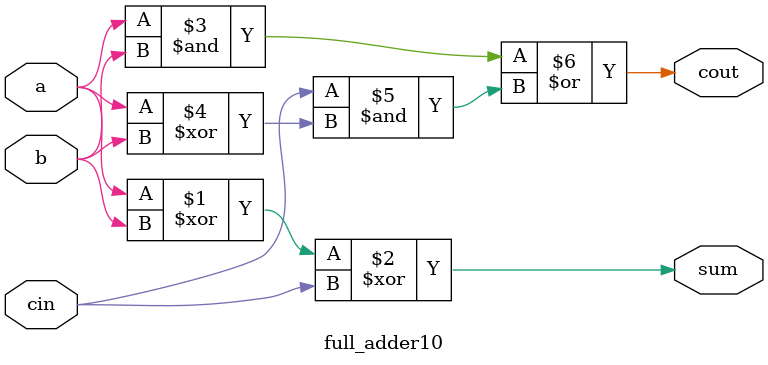
<source format=v>
module full_adder10 (
    input  a,
    input  b,
    input  cin,
    output sum,
    output cout
);
    assign sum = a ^ b ^ cin;
    assign cout = (a & b) | (cin & (a ^ b));
endmodule
</source>
